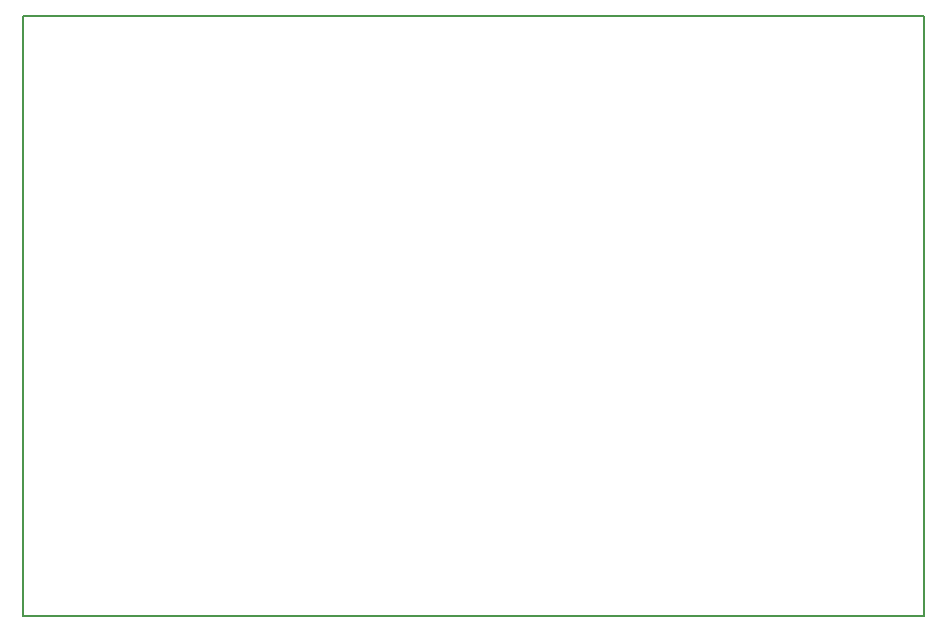
<source format=gbr>
%TF.GenerationSoftware,KiCad,Pcbnew,(5.1.6)-1*%
%TF.CreationDate,2020-07-12T11:16:24-05:00*%
%TF.ProjectId,Bird Monk Train,42697264-204d-46f6-9e6b-20547261696e,rev?*%
%TF.SameCoordinates,Original*%
%TF.FileFunction,Profile,NP*%
%FSLAX46Y46*%
G04 Gerber Fmt 4.6, Leading zero omitted, Abs format (unit mm)*
G04 Created by KiCad (PCBNEW (5.1.6)-1) date 2020-07-12 11:16:24*
%MOMM*%
%LPD*%
G01*
G04 APERTURE LIST*
%TA.AperFunction,Profile*%
%ADD10C,0.150000*%
%TD*%
G04 APERTURE END LIST*
D10*
X169940000Y-108850000D02*
X93670000Y-108850000D01*
X93670000Y-159650000D02*
X93670000Y-108850000D01*
X169940000Y-159650000D02*
X93670000Y-159650000D01*
X169940000Y-108850000D02*
X169940000Y-159650000D01*
M02*

</source>
